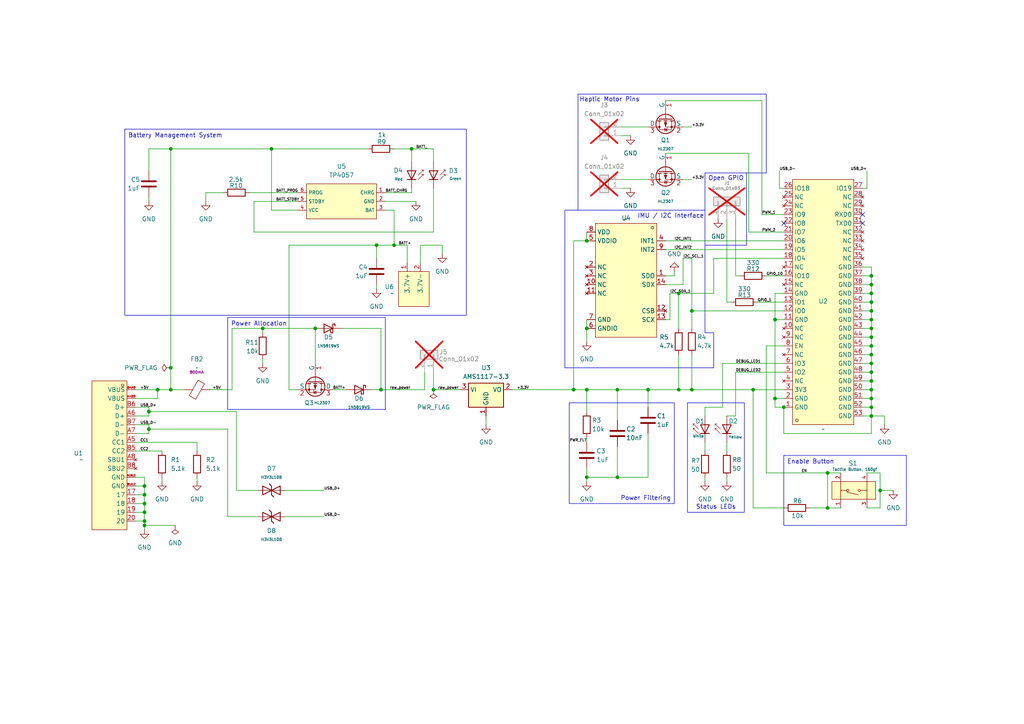
<source format=kicad_sch>
(kicad_sch (version 20250114) (generator "eeschema") (generator_version "9.0")
  (paper "A4")
  (text "Haptic Motor Pins" (at 176.784 28.956 0) (effects (font (size 1.27 1.27))))
  (text "IMU / I2C Interface\n\n" (at 194.564 63.754 0) (effects (font (size 1.27 1.27))))
  (text "Open GPIO" (at 210.566 51.816 0) (effects (font (size 1.27 1.27))))
  (text_box "Battery Management System" (at 36.195 37.465 0) (size 99.06 53.975) (margins 0.9525 0.9525 0.9525 0.9525) (effects (font (size 1.27 1.27)) (justify left top)))
  (text_box "Power Allocation" (at 66.04 92.075 0) (size 45.72 26.67) (margins 0.9525 0.9525 0.9525 0.9525) (effects (font (size 1.27 1.27)) (justify left top)))
  (text_box "Power Filtering\n" (at 165.1 116.84 0) (size 30.48 29.21) (margins 0.9525 0.9525 0.9525 0.9525) (effects (font (size 1.27 1.27)) (justify right bottom)))
  (text_box "Status LEDs" (at 199.39 116.84 0) (size 16.51 31.75) (margins 0.9525 0.9525 0.9525 0.9525) (effects (font (size 1.27 1.27)) (justify bottom)))
  (text_box "Enable Button" (at 227.33 132.08 0) (size 35.56 20.32) (margins 0.9525 0.9525 0.9525 0.9525) (effects (font (size 1.27 1.27)) (justify left top)))
  (junction (at 252.73 95.25))
  (junction (at 110.49 113.03))
  (junction (at 240.03 137.16))
  (junction (at 252.73 113.03))
  (junction (at 252.73 87.63))
  (junction (at 41.91 143.51))
  (junction (at 43.18 124.46))
  (junction (at 41.91 146.05))
  (junction (at 252.73 110.49))
  (junction (at 49.53 113.03))
  (junction (at 76.2 95.25))
  (junction (at 224.79 92.71))
  (junction (at 170.18 138.43))
  (junction (at 252.73 102.87))
  (junction (at 252.73 105.41))
  (junction (at 196.85 85.09))
  (junction (at 218.44 113.03))
  (junction (at 170.18 113.03))
  (junction (at 41.91 152.4))
  (junction (at 179.07 138.43))
  (junction (at 41.91 151.13))
  (junction (at 49.53 106.68))
  (junction (at 43.18 119.38))
  (junction (at 252.73 80.01))
  (junction (at 252.73 85.09))
  (junction (at 252.73 82.55))
  (junction (at 224.79 115.57))
  (junction (at 91.44 95.25))
  (junction (at 170.18 69.85))
  (junction (at 255.27 142.24))
  (junction (at 49.53 43.18))
  (junction (at 125.73 113.03))
  (junction (at 252.73 92.71))
  (junction (at 109.22 71.12))
  (junction (at 45.72 113.03))
  (junction (at 227.33 118.11))
  (junction (at 252.73 115.57))
  (junction (at 240.03 147.32))
  (junction (at 41.91 148.59))
  (junction (at 252.73 107.95))
  (junction (at 196.85 113.03))
  (junction (at 170.18 95.25))
  (junction (at 187.96 113.03))
  (junction (at 200.66 90.17))
  (junction (at 114.3 71.12))
  (junction (at 252.73 90.17))
  (junction (at 252.73 97.79))
  (junction (at 41.91 140.97))
  (junction (at 252.73 120.65))
  (junction (at 200.66 113.03))
  (junction (at 252.73 100.33))
  (junction (at 179.07 113.03))
  (junction (at 252.73 118.11))
  (junction (at 166.37 113.03))
  (junction (at 119.38 43.18))
  (junction (at 78.74 43.18))
  (no_connect (at 250.19 64.77))
  (no_connect (at 250.19 62.23))
  (no_connect (at 227.33 64.77))
  (wire (pts (xy 170.18 113.03) (xy 179.07 113.03)))
  (wire (pts (xy 166.37 113.03) (xy 170.18 113.03)))
  (wire (pts (xy 252.73 82.55) (xy 252.73 80.01)))
  (wire (pts (xy 111.76 60.96) (xy 114.3 60.96)))
  (wire (pts (xy 43.18 57.15) (xy 43.18 58.42)))
  (wire (pts (xy 196.85 102.87) (xy 196.85 113.03)))
  (wire (pts (xy 39.37 146.05) (xy 41.91 146.05)))
  (wire (pts (xy 204.47 118.11) (xy 204.47 120.65)))
  (polyline (pts (xy 222.25 50.165) (xy 216.535 50.165)))
  (wire (pts (xy 41.91 152.4) (xy 41.91 153.67)))
  (wire (pts (xy 43.18 118.11) (xy 43.18 119.38)))
  (wire (pts (xy 209.55 118.11) (xy 204.47 118.11)))
  (wire (pts (xy 195.58 80.01) (xy 193.04 80.01)))
  (wire (pts (xy 119.38 46.99) (xy 119.38 43.18)))
  (wire (pts (xy 250.19 110.49) (xy 252.73 110.49)))
  (wire (pts (xy 170.18 119.38) (xy 170.18 113.03)))
  (wire (pts (xy 227.33 115.57) (xy 224.79 115.57)))
  (wire (pts (xy 250.19 115.57) (xy 252.73 115.57)))
  (wire (pts (xy 210.82 128.27) (xy 210.82 130.81)))
  (wire (pts (xy 68.58 142.24) (xy 68.58 119.38)))
  (wire (pts (xy 170.18 67.31) (xy 170.18 69.85)))
  (wire (pts (xy 222.25 137.16) (xy 240.03 137.16)))
  (wire (pts (xy 227.33 69.85) (xy 193.04 69.85)))
  (wire (pts (xy 250.19 82.55) (xy 252.73 82.55)))
  (wire (pts (xy 120.65 58.42) (xy 111.76 58.42)))
  (polyline (pts (xy 216.535 68.58) (xy 216.535 71.12)))
  (wire (pts (xy 140.97 120.65) (xy 140.97 123.19)))
  (wire (pts (xy 66.04 124.46) (xy 66.04 149.86)))
  (wire (pts (xy 250.19 107.95) (xy 252.73 107.95)))
  (wire (pts (xy 212.09 87.63) (xy 210.82 87.63)))
  (wire (pts (xy 196.85 85.09) (xy 196.85 95.25)))
  (wire (pts (xy 57.15 128.27) (xy 57.15 130.81)))
  (wire (pts (xy 82.55 149.86) (xy 93.98 149.86)))
  (wire (pts (xy 220.98 29.21) (xy 193.04 29.21)))
  (wire (pts (xy 198.12 52.07) (xy 200.66 52.07)))
  (wire (pts (xy 170.18 95.25) (xy 170.18 99.06)))
  (wire (pts (xy 227.33 85.09) (xy 224.79 85.09)))
  (wire (pts (xy 121.92 76.2) (xy 121.92 71.12)))
  (wire (pts (xy 39.37 130.81) (xy 46.99 130.81)))
  (wire (pts (xy 166.37 69.85) (xy 166.37 113.03)))
  (wire (pts (xy 76.2 105.41) (xy 76.2 104.14)))
  (wire (pts (xy 217.17 67.31) (xy 227.33 67.31)))
  (wire (pts (xy 250.19 113.03) (xy 252.73 113.03)))
  (wire (pts (xy 252.73 87.63) (xy 252.73 85.09)))
  (wire (pts (xy 111.76 55.88) (xy 119.38 55.88)))
  (wire (pts (xy 217.17 67.31) (xy 217.17 44.45)))
  (wire (pts (xy 198.12 74.93) (xy 200.66 74.93)))
  (polyline (pts (xy 204.47 71.12) (xy 216.535 71.12)))
  (wire (pts (xy 251.46 49.53) (xy 251.46 54.61)))
  (wire (pts (xy 39.37 118.11) (xy 43.18 118.11)))
  (wire (pts (xy 76.2 96.52) (xy 76.2 95.25)))
  (wire (pts (xy 209.55 105.41) (xy 227.33 105.41)))
  (wire (pts (xy 41.91 138.43) (xy 41.91 140.97)))
  (wire (pts (xy 41.91 151.13) (xy 41.91 152.4)))
  (wire (pts (xy 227.33 118.11) (xy 227.33 125.73)))
  (wire (pts (xy 251.46 147.32) (xy 255.27 147.32)))
  (wire (pts (xy 125.73 46.99) (xy 125.73 43.18)))
  (wire (pts (xy 240.03 137.16) (xy 243.84 137.16)))
  (wire (pts (xy 83.82 71.12) (xy 83.82 113.03)))
  (wire (pts (xy 45.72 113.03) (xy 45.72 115.57)))
  (wire (pts (xy 198.12 36.83) (xy 200.66 36.83)))
  (wire (pts (xy 68.58 142.24) (xy 74.93 142.24)))
  (wire (pts (xy 50.8 152.4) (xy 41.91 152.4)))
  (wire (pts (xy 180.34 54.61) (xy 182.88 54.61)))
  (wire (pts (xy 187.96 113.03) (xy 196.85 113.03)))
  (wire (pts (xy 57.15 138.43) (xy 57.15 139.7)))
  (wire (pts (xy 227.33 147.32) (xy 218.44 147.32)))
  (wire (pts (xy 200.66 90.17) (xy 200.66 95.25)))
  (wire (pts (xy 250.19 100.33) (xy 252.73 100.33)))
  (wire (pts (xy 125.73 54.61) (xy 125.73 67.31)))
  (wire (pts (xy 43.18 125.73) (xy 39.37 125.73)))
  (wire (pts (xy 252.73 110.49) (xy 252.73 107.95)))
  (wire (pts (xy 107.95 113.03) (xy 110.49 113.03)))
  (wire (pts (xy 250.19 118.11) (xy 252.73 118.11)))
  (wire (pts (xy 220.98 62.23) (xy 227.33 62.23)))
  (wire (pts (xy 170.18 69.85) (xy 166.37 69.85)))
  (wire (pts (xy 114.3 71.12) (xy 109.22 71.12)))
  (wire (pts (xy 99.06 95.25) (xy 110.49 95.25)))
  (wire (pts (xy 210.82 63.5) (xy 210.82 87.63)))
  (wire (pts (xy 252.73 80.01) (xy 252.73 77.47)))
  (wire (pts (xy 43.18 120.65) (xy 39.37 120.65)))
  (wire (pts (xy 220.98 62.23) (xy 220.98 29.21)))
  (wire (pts (xy 252.73 85.09) (xy 252.73 82.55)))
  (wire (pts (xy 255.27 137.16) (xy 251.46 137.16)))
  (wire (pts (xy 148.59 113.03) (xy 166.37 113.03)))
  (wire (pts (xy 125.73 43.18) (xy 119.38 43.18)))
  (wire (pts (xy 250.19 90.17) (xy 252.73 90.17)))
  (wire (pts (xy 125.73 113.03) (xy 133.35 113.03)))
  (wire (pts (xy 119.38 55.88) (xy 119.38 54.61)))
  (wire (pts (xy 252.73 100.33) (xy 252.73 97.79)))
  (wire (pts (xy 196.85 113.03) (xy 200.66 113.03)))
  (wire (pts (xy 240.03 147.32) (xy 243.84 147.32)))
  (wire (pts (xy 41.91 143.51) (xy 41.91 146.05)))
  (wire (pts (xy 252.73 97.79) (xy 252.73 95.25)))
  (wire (pts (xy 41.91 148.59) (xy 41.91 151.13)))
  (wire (pts (xy 250.19 120.65) (xy 252.73 120.65)))
  (polyline (pts (xy 207.01 96.52) (xy 207.01 106.68)))
  (wire (pts (xy 252.73 105.41) (xy 252.73 102.87)))
  (wire (pts (xy 179.07 113.03) (xy 179.07 121.92)))
  (wire (pts (xy 252.73 77.47) (xy 250.19 77.47)))
  (wire (pts (xy 96.52 113.03) (xy 100.33 113.03)))
  (wire (pts (xy 114.3 43.18) (xy 119.38 43.18)))
  (wire (pts (xy 46.99 139.7) (xy 46.99 138.43)))
  (wire (pts (xy 125.73 67.31) (xy 73.66 67.31)))
  (wire (pts (xy 109.22 71.12) (xy 109.22 74.93)))
  (wire (pts (xy 252.73 120.65) (xy 252.73 118.11)))
  (wire (pts (xy 207.01 85.09) (xy 207.01 74.93)))
  (wire (pts (xy 73.66 58.42) (xy 86.36 58.42)))
  (wire (pts (xy 204.47 138.43) (xy 204.47 139.7)))
  (wire (pts (xy 256.54 120.65) (xy 256.54 123.19)))
  (wire (pts (xy 194.31 85.09) (xy 196.85 85.09)))
  (wire (pts (xy 250.19 85.09) (xy 252.73 85.09)))
  (polyline (pts (xy 216.535 68.58) (xy 216.535 50.165)))
  (wire (pts (xy 210.82 138.43) (xy 210.82 139.7)))
  (wire (pts (xy 196.85 85.09) (xy 207.01 85.09)))
  (wire (pts (xy 255.27 142.24) (xy 259.08 142.24)))
  (wire (pts (xy 252.73 115.57) (xy 252.73 113.03)))
  (wire (pts (xy 198.12 74.93) (xy 198.12 82.55)))
  (wire (pts (xy 43.18 43.18) (xy 49.53 43.18)))
  (wire (pts (xy 187.96 113.03) (xy 187.96 118.11)))
  (wire (pts (xy 200.66 90.17) (xy 227.33 90.17)))
  (wire (pts (xy 234.95 147.32) (xy 240.03 147.32)))
  (wire (pts (xy 252.73 102.87) (xy 252.73 100.33)))
  (wire (pts (xy 45.72 115.57) (xy 39.37 115.57)))
  (wire (pts (xy 222.25 100.33) (xy 227.33 100.33)))
  (wire (pts (xy 252.73 118.11) (xy 252.73 115.57)))
  (wire (pts (xy 252.73 120.65) (xy 256.54 120.65)))
  (wire (pts (xy 218.44 113.03) (xy 227.33 113.03)))
  (wire (pts (xy 198.12 82.55) (xy 193.04 82.55)))
  (polyline (pts (xy 163.83 60.96) (xy 163.83 106.68)) (stroke (width 0) (type solid)))
  (wire (pts (xy 240.03 147.32) (xy 240.03 137.16)))
  (wire (pts (xy 43.18 119.38) (xy 68.58 119.38)))
  (wire (pts (xy 128.27 71.12) (xy 128.27 73.66)))
  (wire (pts (xy 39.37 128.27) (xy 57.15 128.27)))
  (polyline (pts (xy 216.535 50.165) (xy 204.47 50.165)))
  (wire (pts (xy 224.79 85.09) (xy 224.79 92.71)))
  (wire (pts (xy 66.04 149.86) (xy 74.93 149.86)))
  (wire (pts (xy 39.37 123.19) (xy 43.18 123.19)))
  (wire (pts (xy 251.46 54.61) (xy 250.19 54.61)))
  (wire (pts (xy 49.53 43.18) (xy 78.74 43.18)))
  (wire (pts (xy 194.31 85.09) (xy 194.31 92.71)))
  (wire (pts (xy 213.36 80.01) (xy 214.63 80.01)))
  (wire (pts (xy 59.69 55.88) (xy 59.69 58.42)))
  (wire (pts (xy 255.27 147.32) (xy 255.27 142.24)))
  (wire (pts (xy 218.44 113.03) (xy 218.44 147.32)))
  (wire (pts (xy 76.2 95.25) (xy 91.44 95.25)))
  (wire (pts (xy 43.18 123.19) (xy 43.18 124.46)))
  (wire (pts (xy 39.37 138.43) (xy 41.91 138.43)))
  (wire (pts (xy 204.47 128.27) (xy 204.47 130.81)))
  (polyline (pts (xy 163.83 60.96) (xy 204.47 60.96)))
  (wire (pts (xy 227.33 87.63) (xy 219.71 87.63)))
  (wire (pts (xy 222.25 137.16) (xy 222.25 100.33)))
  (wire (pts (xy 195.58 78.74) (xy 195.58 80.01)))
  (wire (pts (xy 222.25 80.01) (xy 227.33 80.01)))
  (wire (pts (xy 187.96 125.73) (xy 187.96 138.43)))
  (wire (pts (xy 82.55 142.24) (xy 93.98 142.24)))
  (wire (pts (xy 213.36 120.65) (xy 210.82 120.65)))
  (wire (pts (xy 250.19 95.25) (xy 252.73 95.25)))
  (wire (pts (xy 86.36 55.88) (xy 72.39 55.88)))
  (wire (pts (xy 207.01 74.93) (xy 227.33 74.93)))
  (wire (pts (xy 67.31 113.03) (xy 67.31 95.25)))
  (wire (pts (xy 194.31 92.71) (xy 193.04 92.71)))
  (wire (pts (xy 250.19 97.79) (xy 252.73 97.79)))
  (wire (pts (xy 73.66 67.31) (xy 73.66 58.42)))
  (wire (pts (xy 121.92 71.12) (xy 128.27 71.12)))
  (polyline (pts (xy 207.01 106.68) (xy 163.83 106.68)))
  (wire (pts (xy 226.06 49.53) (xy 226.06 54.61)))
  (wire (pts (xy 252.73 125.73) (xy 252.73 120.65)))
  (polyline (pts (xy 167.64 27.305) (xy 167.64 60.96)))
  (polyline (pts (xy 222.25 27.305) (xy 222.25 50.165)))
  (wire (pts (xy 180.34 52.07) (xy 187.96 52.07)))
  (wire (pts (xy 45.72 113.03) (xy 49.53 113.03)))
  (wire (pts (xy 213.36 107.95) (xy 213.36 120.65)))
  (wire (pts (xy 118.11 71.12) (xy 114.3 71.12)))
  (wire (pts (xy 67.31 95.25) (xy 76.2 95.25)))
  (wire (pts (xy 252.73 107.95) (xy 252.73 105.41)))
  (wire (pts (xy 227.33 107.95) (xy 213.36 107.95)))
  (wire (pts (xy 200.66 113.03) (xy 218.44 113.03)))
  (wire (pts (xy 39.37 113.03) (xy 45.72 113.03)))
  (wire (pts (xy 125.73 107.95) (xy 125.73 113.03)))
  (wire (pts (xy 60.96 113.03) (xy 67.31 113.03)))
  (wire (pts (xy 250.19 87.63) (xy 252.73 87.63)))
  (wire (pts (xy 43.18 124.46) (xy 66.04 124.46)))
  (wire (pts (xy 49.53 43.18) (xy 49.53 106.68)))
  (wire (pts (xy 224.79 92.71) (xy 224.79 115.57)))
  (wire (pts (xy 43.18 119.38) (xy 43.18 120.65)))
  (wire (pts (xy 227.33 92.71) (xy 224.79 92.71)))
  (wire (pts (xy 39.37 148.59) (xy 41.91 148.59)))
  (wire (pts (xy 179.07 113.03) (xy 187.96 113.03)))
  (wire (pts (xy 252.73 90.17) (xy 252.73 87.63)))
  (wire (pts (xy 114.3 60.96) (xy 114.3 71.12)))
  (wire (pts (xy 227.33 72.39) (xy 193.04 72.39)))
  (polyline (pts (xy 167.64 27.305) (xy 222.25 27.305)))
  (wire (pts (xy 252.73 113.03) (xy 252.73 110.49)))
  (wire (pts (xy 180.34 39.37) (xy 182.88 39.37)))
  (wire (pts (xy 118.11 76.2) (xy 118.11 71.12)))
  (wire (pts (xy 224.79 118.11) (xy 227.33 118.11)))
  (wire (pts (xy 86.36 60.96) (xy 78.74 60.96)))
  (wire (pts (xy 43.18 124.46) (xy 43.18 125.73)))
  (wire (pts (xy 200.66 102.87) (xy 200.66 113.03)))
  (wire (pts (xy 39.37 140.97) (xy 41.91 140.97)))
  (wire (pts (xy 41.91 140.97) (xy 41.91 143.51)))
  (wire (pts (xy 91.44 95.25) (xy 91.44 105.41)))
  (wire (pts (xy 224.79 115.57) (xy 224.79 118.11)))
  (wire (pts (xy 64.77 55.88) (xy 59.69 55.88)))
  (wire (pts (xy 170.18 135.89) (xy 170.18 138.43)))
  (wire (pts (xy 39.37 143.51) (xy 41.91 143.51)))
  (wire (pts (xy 78.74 60.96) (xy 78.74 43.18)))
  (wire (pts (xy 255.27 142.24) (xy 255.27 137.16)))
  (polyline (pts (xy 204.47 96.52) (xy 207.01 96.52)))
  (wire (pts (xy 123.19 107.95) (xy 123.19 113.03)))
  (wire (pts (xy 187.96 138.43) (xy 179.07 138.43)))
  (wire (pts (xy 252.73 95.25) (xy 252.73 92.71)))
  (wire (pts (xy 250.19 105.41) (xy 252.73 105.41)))
  (wire (pts (xy 180.34 36.83) (xy 187.96 36.83)))
  (wire (pts (xy 83.82 71.12) (xy 109.22 71.12)))
  (wire (pts (xy 43.18 43.18) (xy 43.18 49.53)))
  (wire (pts (xy 213.36 63.5) (xy 213.36 80.01)))
  (wire (pts (xy 49.53 113.03) (xy 53.34 113.03)))
  (wire (pts (xy 250.19 92.71) (xy 252.73 92.71)))
  (wire (pts (xy 110.49 95.25) (xy 110.49 113.03)))
  (wire (pts (xy 200.66 74.93) (xy 200.66 90.17)))
  (wire (pts (xy 83.82 113.03) (xy 86.36 113.03)))
  (wire (pts (xy 227.33 125.73) (xy 252.73 125.73)))
  (wire (pts (xy 193.04 44.45) (xy 217.17 44.45)))
  (wire (pts (xy 250.19 102.87) (xy 252.73 102.87)))
  (wire (pts (xy 250.19 80.01) (xy 252.73 80.01)))
  (wire (pts (xy 170.18 92.71) (xy 170.18 95.25)))
  (wire (pts (xy 170.18 138.43) (xy 179.07 138.43)))
  (wire (pts (xy 226.06 54.61) (xy 227.33 54.61)))
  (wire (pts (xy 179.07 138.43) (xy 179.07 129.54)))
  (polyline (pts (xy 204.47 50.165) (xy 204.47 60.96)))
  (wire (pts (xy 49.53 106.68) (xy 49.53 113.03)))
  (wire (pts (xy 209.55 105.41) (xy 209.55 118.11)))
  (wire (pts (xy 170.18 127) (xy 170.18 128.27)))
  (polyline (pts (xy 204.47 60.96) (xy 204.47 96.52)))
  (wire (pts (xy 109.22 82.55) (xy 109.22 83.82)))
  (wire (pts (xy 41.91 146.05) (xy 41.91 148.59)))
  (wire (pts (xy 78.74 43.18) (xy 106.68 43.18)))
  (wire (pts (xy 252.73 92.71) (xy 252.73 90.17)))
  (wire (pts (xy 110.49 113.03) (xy 123.19 113.03)))
  (wire (pts (xy 39.37 151.13) (xy 41.91 151.13)))
  (wire (pts (xy 170.18 139.7) (xy 170.18 138.43)))
  (label "+5V" (at 61.595 113.03 0) (effects (font (size 0.762 0.762))))
  (label "+3.3V" (at 200.66 36.83 0) (effects (font (size 0.762 0.762))))
  (label "USB_D+" (at 40.64 118.11 0) (effects (font (size 0.762 0.762))))
  (label "I2C_INT1" (at 195.58 69.85 0) (effects (font (size 0.762 0.762))))
  (label "BATT_STDBY" (at 80.01 58.42 0) (effects (font (size 0.762 0.762))))
  (label "I2C_SCL_1" (at 198.12 74.93 0) (effects (font (size 0.762 0.762))))
  (label "CC2" (at 40.64 130.81 0) (effects (font (size 0.762 0.762))))
  (label "EN" (at 232.41 137.16 0) (effects (font (size 0.762 0.762))))
  (label "GPI0_10" (at 222.25 80.01 0) (effects (font (size 0.762 0.762))))
  (label "BATT_" (at 120.65 43.18 0) (effects (font (size 0.762 0.762))))
  (label "PWR_FLT" (at 170.18 128.27 180) (effects (font (size 0.762 0.762))))
  (label "PWM_2" (at 220.98 67.31 0) (effects (font (size 0.762 0.762))))
  (label "USB_D+" (at 93.98 142.24 0) (effects (font (size 0.762 0.762))))
  (label "I2C_INT2" (at 195.58 72.39 0) (effects (font (size 0.762 0.762))))
  (label "DEBUG_LED1" (at 213.36 105.41 0) (effects (font (size 0.762 0.762))))
  (label "BATT_PROG" (at 80.01 55.88 0) (effects (font (size 0.762 0.762))))
  (label "USB_D-" (at 226.06 49.53 0) (effects (font (size 0.762 0.762))))
  (label "+5V" (at 40.64 113.03 0) (effects (font (size 0.762 0.762))))
  (label "USB_D+" (at 251.46 49.53 180) (effects (font (size 0.762 0.762))))
  (label "BATT+" (at 96.52 113.03 0) (effects (font (size 0.762 0.762))))
  (label "raw_power" (at 127 113.03 0) (effects (font (size 0.762 0.762))))
  (label "PWM_1" (at 220.98 62.23 0) (effects (font (size 0.762 0.762))))
  (label "GPI0_1" (at 219.71 87.63 0) (effects (font (size 0.762 0.762))))
  (label "USB_D-" (at 93.98 149.86 0) (effects (font (size 0.762 0.762))))
  (label "BATT_CHRG" (at 111.76 55.88 0) (effects (font (size 0.762 0.762))))
  (label "+3.3V" (at 200.66 52.07 0) (effects (font (size 0.762 0.762))))
  (label "raw_power" (at 113.03 113.03 0) (effects (font (size 0.762 0.762))))
  (label "USB_D-" (at 40.64 123.19 0) (effects (font (size 0.762 0.762))))
  (label "CC1" (at 40.64 128.27 0) (effects (font (size 0.762 0.762))))
  (label "I2C_SDA_1" (at 194.31 85.09 0) (effects (font (size 0.762 0.762))))
  (label "BATT+" (at 115.57 71.12 0) (effects (font (size 0.762 0.762))))
  (label "+3.3V" (at 149.86 113.03 0) (effects (font (size 0.762 0.762))))
  (label "DEBUG_LED2" (at 213.36 107.95 0) (effects (font (size 0.762 0.762))))
  (symbol (lib_id "power:GND") (at 120.65 58.42 0) (mirror y) (unit 1)
    (property "Reference" "#PWR020" (effects (hide yes)))
    (property "Value" "GND" (at 120.65 63.5 0))
    (property "Description" "Power symbol creates a global label with name \"GND\" , ground" (effects (hide yes)))
  )
  (symbol (lib_id "Device:R") (at 76.2 100.33 0) (unit 1)
    (property "Reference" "R11" (at 71.12 99.314 0) (effects (justify left)))
    (property "Value" "10k" (at 71.374 101.854 0) (effects (justify left)))
    (property "Footprint" "Resistor_SMD:R_0805_2012Metric" (effects (hide yes)))
    (property "Description" "Resistor" (effects (hide yes)))
  )
  (symbol (lib_id "esp_32:ESP32-C3-MINI-1-N4") (at 238.76 87.63 0) (mirror x) (unit 1)
    (property "Reference" "U2" (at 238.76 87.376 0))
    (property "Value" "~" (at 238.76 124.46 0))
    (property "Footprint" "esp_32:WIFIM-SMD_ESP32-C3-MINI-1" (effects (hide yes)))
    (property "Datasheet" "https://atta.szlcsc.com/upload/public/pdf/source/20210720/C2838502_820C448AE0C4DF1D4546A4A5DCA77C73.pdf" (effects (hide yes)))
    (property "Manufacturer Part" "ESP32-C3-MINI-1-N4" (effects (hide yes)))
    (property "Manufacturer" "ESPRESSIF(乐鑫)" (effects (hide yes)))
    (property "Supplier Part" "C2838502" (effects (hide yes)))
    (property "Supplier" "LCSC" (effects (hide yes)))
    (property "LCSC Part Name" "ESP32-C3-MINI-1-N4" (effects (hide yes)))
  )
  (symbol (lib_id "Device:C") (at 170.18 132.08 0) (unit 1)
    (property "Reference" "C3" (at 172.974 130.81 0) (effects (justify left)))
    (property "Value" "1uF" (at 172.974 133.35 0) (effects (justify left)))
    (property "Footprint" "Resistor_SMD:R_0805_2012Metric" (effects (hide yes)))
    (property "Description" "Unpolarized capacitor" (effects (hide yes)))
  )
  (symbol (lib_id "PCM_JLCPCB-Connectors_Buttons:Tactile Button, 160gf") (at 246.38 142.24 90) (unit 1)
    (property "Reference" "S1" (at 247.396 134.366 90))
    (property "Value" "Tactile Button, 160gf" (at 247.904 136.144 90) (effects (font (size 0.8 0.8))))
    (property "Footprint" "PCM_JLCPCB:SW-SMD_4P-L5.1-W5.1-P3.70-LS6.5-TL-2" (effects (hide yes)))
    (property "Datasheet" "https://www.lcsc.com/datasheet/lcsc_datasheet_2304140030_XKB-Connection-TS-1187A-B-A-B_C318884.pdf" (effects (hide yes)))
    (property "Description" "None Without 50mA 5.1mm 100000 Times 160gf 12V 5.1mm 1.5mm Round Button Standing paste SPST SMD Tactile Switches ROHS" (effects (hide yes)))
    (property "LCSC" "C318884" (effects (hide yes)))
    (property "Stock" "403305" (effects (hide yes)))
    (property "Price" "0.025USD" (effects (hide yes)))
    (property "Process" "SMT" (effects (hide yes)))
    (property "Minimum Qty" "10" (effects (hide yes)))
    (property "Attrition Qty" "5" (effects (hide yes)))
    (property "Class" "Basic Component" (effects (hide yes)))
    (property "Category" "Switches,Tactile Switches" (effects (hide yes)))
    (property "Manufacturer" "XKB Connectivity" (effects (hide yes)))
    (property "Part" "TS-1187A-B-A-B" (effects (hide yes)))
    (property "Switch Length" "5.1mm" (effects (hide yes)))
    (property "Voltage Rating (Dc)" "12V" (effects (hide yes)))
    (property "With Lamp" "No" (effects (hide yes)))
    (property "Operating Force" "160gf" (effects (hide yes)))
    (property "Actuator/Cap Color" "Golden" (effects (hide yes)))
    (property "Mechanical Life" "100000 Times" (effects (hide yes)))
    (property "Strike Gundam" "NO" (effects (hide yes)))
    (property "Circuit" "SPST" (effects (hide yes)))
    (property "Switch Height" "1.5mm" (effects (hide yes)))
    (property "Actuator Style" "Round Button" (effects (hide yes)))
    (property "Switch Width" "5.1mm" (effects (hide yes)))
    (property "Contact Current" "50mA" (effects (hide yes)))
    (property "Operating Temperature" "-30°C~+85°C" (effects (hide yes)))
    (property "Mounting Style" "Brick nogging" (effects (hide yes)))
  )
  (symbol (lib_id "power:GND") (at 128.27 73.66 0) (mirror y) (unit 1)
    (property "Reference" "#PWR017" (effects (hide yes)))
    (property "Value" "GND" (at 128.27 78.74 0))
    (property "Description" "Power symbol creates a global label with name \"GND\" , ground" (effects (hide yes)))
  )
  (symbol (lib_id "power:GND") (at 204.47 139.7 0) (unit 1)
    (property "Reference" "#PWR013" (effects (hide yes)))
    (property "Value" "GND" (at 204.47 144.78 0))
    (property "Description" "Power symbol creates a global label with name \"GND\" , ground" (effects (hide yes)))
  )
  (symbol (lib_id "power:GND") (at 140.97 123.19 0) (unit 1)
    (property "Reference" "#PWR04" (effects (hide yes)))
    (property "Value" "GND" (at 140.97 128.27 0))
    (property "Description" "Power symbol creates a global label with name \"GND\" , ground" (effects (hide yes)))
  )
  (symbol (lib_id "Connector_Generic:Conn_01x02") (at 175.26 39.37 180) (unit 1) (exclude_from_sim yes) (in_bom no) (dnp yes)
    (property "Reference" "J3" (at 175.26 30.48 0))
    (property "Value" "Conn_01x02" (at 175.26 33.02 0))
    (property "Footprint" "Connector_PinSocket_2.54mm:PinSocket_1x02_P2.54mm_Vertical" (effects (hide yes)))
    (property "Description" "Generic connector, single row, 01x02, script generated (kicad-library-utils/schlib/autogen/connector/)" (effects (hide yes)))
  )
  (symbol (lib_id "Device:R") (at 218.44 80.01 90) (unit 1)
    (property "Reference" "R12" (at 218.44 77.978 90))
    (property "Value" "330" (at 218.44 76.2 90))
    (property "Footprint" "Resistor_SMD:R_0805_2012Metric" (effects (hide yes)))
    (property "Description" "Resistor" (effects (hide yes)))
  )
  (symbol (lib_id "Regulator_Linear:AMS1117-3.3") (at 140.97 113.03 0) (unit 1)
    (property "Reference" "U3" (at 140.97 106.68 0))
    (property "Value" "AMS1117-3.3" (at 140.97 109.22 0))
    (property "Footprint" "Package_TO_SOT_SMD:SOT-223-3_TabPin2" (effects (hide yes)))
    (property "Datasheet" "http://www.advanced-monolithic.com/pdf/ds1117.pdf" (effects (hide yes)))
    (property "Description" "1A Low Dropout regulator, positive, 3.3V fixed output, SOT-223" (effects (hide yes)))
  )
  (symbol (lib_id "PCM_JLCPCB-Power:Battery, Li-Ion, 0.5A, TP4057") (at 99.06 58.42 0) (mirror y) (unit 1)
    (property "Reference" "U5" (at 99.06 48.26 0))
    (property "Value" "TP4057" (at 99.06 50.8 0))
    (property "Footprint" "PCM_JLCPCB:SOT-23-6_L2.9-W1.6-P0.95-LS2.8-BL" (effects (hide yes)))
    (property "Datasheet" "https://www.lcsc.com/datasheet/lcsc_datasheet_1811021622_TOPPOWER-Nanjing-Extension-Microelectronics-TP4057-42-SOT26-R_C12044.pdf" (effects (hide yes)))
    (property "Description" "SOT-23-6 Battery Management ROHS" (effects (hide yes)))
    (property "LCSC" "C12044" (effects (hide yes)))
    (property "Stock" "22323" (effects (hide yes)))
    (property "Price" "0.134USD" (effects (hide yes)))
    (property "Process" "SMT" (effects (hide yes)))
    (property "Minimum Qty" "5" (effects (hide yes)))
    (property "Attrition Qty" "2" (effects (hide yes)))
    (property "Class" "Preferred Component" (effects (hide yes)))
    (property "Category" "Power Management ICs,Battery Management ICs" (effects (hide yes)))
    (property "Manufacturer" "TOPPOWER(Nanjing Extension Microelectronics)" (effects (hide yes)))
    (property "Part" "TP4057-42-SOT26-R" (effects (hide yes)))
  )
  (symbol (lib_id "PCM_JLCPCB-Diodes:LED,0805,Green") (at 125.73 50.8 0) (mirror y) (unit 1)
    (property "Reference" "D3" (at 132.842 49.53 0) (effects (justify left)))
    (property "Value" "Green" (at 133.858 51.816 0) (effects (font (size 0.8 0.8)) (justify left)))
    (property "Footprint" "PCM_JLCPCB:D_0805" (effects (hide yes)))
    (property "Datasheet" "https://www.lcsc.com/datasheet/lcsc_datasheet_1806151820_Hubei-KENTO-Elec-KT-0805G_C2297.pdf" (effects (hide yes)))
    (property "Description" "Emerald 0805 LED Indication - Discrete ROHS" (effects (hide yes)))
    (property "LCSC" "C2297" (effects (hide yes)))
    (property "Stock" "595112" (effects (hide yes)))
    (property "Price" "0.014USD" (effects (hide yes)))
    (property "Process" "SMT" (effects (hide yes)))
    (property "Minimum Qty" "20" (effects (hide yes)))
    (property "Attrition Qty" "6" (effects (hide yes)))
    (property "Class" "Basic Component" (effects (hide yes)))
    (property "Category" "Optoelectronics,Light Emitting Diodes (LED)" (effects (hide yes)))
    (property "Manufacturer" "Hubei KENTO Elec" (effects (hide yes)))
    (property "Part" "KT-0805G" (effects (hide yes)))
    (property "Emitted Color" "Emerald" (effects (hide yes)))
  )
  (symbol (lib_id "Device:C") (at 179.07 125.73 0) (unit 1)
    (property "Reference" "C2" (at 181.61 124.46 0) (effects (justify left)))
    (property "Value" "10nF" (at 181.61 127 0) (effects (justify left)))
    (property "Footprint" "Resistor_SMD:R_0805_2012Metric" (effects (hide yes)))
    (property "Description" "Unpolarized capacitor" (effects (hide yes)))
  )
  (symbol (lib_id "PCM_JLCPCB-Diodes:LED,0805,White") (at 204.47 124.46 0) (unit 1)
    (property "Reference" "D1" (at 201.676 122.174 0) (effects (justify left)))
    (property "Value" "White" (at 200.914 126.492 0) (effects (font (size 0.8 0.8)) (justify left)))
    (property "Footprint" "PCM_JLCPCB:D_0805" (effects (hide yes)))
    (property "Datasheet" "https://www.lcsc.com/datasheet/lcsc_datasheet_2305091500_Hubei-KENTO-Elec-KT-0805W_C34499.pdf" (effects (hide yes)))
    (property "Description" "0805 LED Indication - Discrete ROHS" (effects (hide yes)))
    (property "LCSC" "C34499" (effects (hide yes)))
    (property "Stock" "200620" (effects (hide yes)))
    (property "Price" "0.020USD" (effects (hide yes)))
    (property "Process" "SMT" (effects (hide yes)))
    (property "Minimum Qty" "20" (effects (hide yes)))
    (property "Attrition Qty" "6" (effects (hide yes)))
    (property "Class" "Basic Component" (effects (hide yes)))
    (property "Category" "Optocouplers & LEDs & Infrared,Light Emitting Diodes (LED)" (effects (hide yes)))
    (property "Manufacturer" "Hubei KENTO Elec" (effects (hide yes)))
    (property "Part" "KT-0805W" (effects (hide yes)))
  )
  (symbol (lib_id "batt_conn:3.7V_batt_pads") (at 114.3 83.82 90) (mirror x) (unit 1)
    (property "Reference" "U6" (at 114.3 83.1849 90) (effects (justify left)))
    (property "Value" "~" (at 114.3 85.09 90) (effects (justify left)))
    (property "Footprint" "batt_conn:Untitled" (effects (hide yes)))
    (property "Description" "pad for 3.7V battery solder" (effects (hide yes)))
  )
  (symbol (lib_id "PCM_JLCPCB-Diodes:LED,0603,Red") (at 119.38 50.8 0) (mirror y) (unit 1)
    (property "Reference" "D4" (at 116.84 49.4346 0) (effects (justify left)))
    (property "Value" "Red" (at 116.84 51.9747 0) (effects (font (size 0.8 0.8)) (justify left)))
    (property "Footprint" "PCM_JLCPCB:D_0603" (effects (hide yes)))
    (property "Datasheet" "https://www.lcsc.com/datasheet/lcsc_datasheet_1810231112_Hubei-KENTO-Elec-KT-0603R_C2286.pdf" (effects (hide yes)))
    (property "Description" "-40°C~+85°C Red 0603 LED Indication - Discrete ROHS" (effects (hide yes)))
    (property "LCSC" "C2286" (effects (hide yes)))
    (property "Stock" "2295215" (effects (hide yes)))
    (property "Price" "0.009USD" (effects (hide yes)))
    (property "Process" "SMT" (effects (hide yes)))
    (property "Minimum Qty" "20" (effects (hide yes)))
    (property "Attrition Qty" "6" (effects (hide yes)))
    (property "Class" "Basic Component" (effects (hide yes)))
    (property "Category" "Optocouplers & LEDs & Infrared,Light Emitting Diodes (LED)" (effects (hide yes)))
    (property "Manufacturer" "Hubei KENTO Elec" (effects (hide yes)))
    (property "Part" "KT-0603R" (effects (hide yes)))
  )
  (symbol (lib_id "power:GND") (at 182.88 54.61 0) (unit 1)
    (property "Reference" "#PWR015" (effects (hide yes)))
    (property "Value" "GND" (at 182.88 59.69 0))
    (property "Description" "Power symbol creates a global label with name \"GND\" , ground" (effects (hide yes)))
  )
  (symbol (lib_id "PCM_JLCPCB-Diodes:Schottky,1N5819WS") (at 104.14 113.03 90) (unit 1)
    (property "Reference" "D6" (at 104.14 115.57 90))
    (property "Value" "1N5819WS" (at 104.14 118.11 90) (effects (font (size 0.8 0.8))))
    (property "Footprint" "PCM_JLCPCB:D_SOD-323" (effects (hide yes)))
    (property "Datasheet" "https://www.lcsc.com/datasheet/lcsc_datasheet_2409300937_Guangdong-Hottech-1N5819WS_C191023.pdf" (effects (hide yes)))
    (property "Description" "40V 600mV@1A 1A SOD-323 Schottky Diodes ROHS" (effects (hide yes)))
    (property "LCSC" "C191023" (effects (hide yes)))
    (property "Stock" "1237595" (effects (hide yes)))
    (property "Price" "0.012USD" (effects (hide yes)))
    (property "Process" "SMT" (effects (hide yes)))
    (property "Minimum Qty" "20" (effects (hide yes)))
    (property "Attrition Qty" "6" (effects (hide yes)))
    (property "Class" "Basic Component" (effects (hide yes)))
    (property "Category" "Diodes,Schottky Barrier Diodes (SBD)" (effects (hide yes)))
    (property "Manufacturer" "Guangdong Hottech" (effects (hide yes)))
    (property "Part" "1N5819WS" (effects (hide yes)))
    (property "Rectified Current" "1A" (effects (hide yes)))
    (property "Forward Voltage (Vf@If)" "600mV@1A" (effects (hide yes)))
    (property "Reverse Voltage (Vr)" "40V" (effects (hide yes)))
  )
  (symbol (lib_id "power:GND") (at 76.2 105.41 0) (unit 1)
    (property "Reference" "#PWR021" (effects (hide yes)))
    (property "Value" "GND" (at 76.2 110.49 0))
    (property "Description" "Power symbol creates a global label with name \"GND\" , ground" (effects (hide yes)))
  )
  (symbol (lib_id "power:GND") (at 195.58 78.74 180) (unit 1)
    (property "Reference" "#PWR07" (effects (hide yes)))
    (property "Value" "GND" (at 195.58 73.66 0))
    (property "Description" "Power symbol creates a global label with name \"GND\" , ground" (effects (hide yes)))
  )
  (symbol (lib_id "Connector_Generic:Conn_01x02") (at 125.73 102.87 270) (mirror x) (unit 1) (exclude_from_sim yes) (in_bom no) (dnp yes)
    (property "Reference" "J5" (at 129.794 102.108 90) (effects (justify right)))
    (property "Value" "Conn_01x02" (at 138.938 104.14 90) (effects (justify right)))
    (property "Footprint" "Connector_PinSocket_2.54mm:PinSocket_1x02_P2.54mm_Vertical" (effects (hide yes)))
    (property "Description" "Generic connector, single row, 01x02, script generated (kicad-library-utils/schlib/autogen/connector/)" (effects (hide yes)))
  )
  (symbol (lib_id "Device:R") (at 68.58 55.88 270) (mirror x) (unit 1)
    (property "Reference" "R10" (at 66.548 53.848 90) (effects (justify left)))
    (property "Value" "2.5k" (at 66.294 52.07 90) (effects (justify left)))
    (property "Footprint" "Resistor_SMD:R_0805_2012Metric" (effects (hide yes)))
    (property "Description" "Resistor" (effects (hide yes)))
  )
  (symbol (lib_id "Connector_Generic:Conn_01x02") (at 175.26 54.61 180) (unit 1) (exclude_from_sim yes) (in_bom no) (dnp yes)
    (property "Reference" "J4" (at 175.26 45.72 0))
    (property "Value" "Conn_01x02" (at 175.26 48.26 0))
    (property "Footprint" "Connector_PinSocket_2.54mm:PinSocket_1x02_P2.54mm_Vertical" (effects (hide yes)))
    (property "Description" "Generic connector, single row, 01x02, script generated (kicad-library-utils/schlib/autogen/connector/)" (effects (hide yes)))
  )
  (symbol (lib_id "power:GND") (at 210.82 139.7 0) (unit 1)
    (property "Reference" "#PWR014" (effects (hide yes)))
    (property "Value" "GND" (at 210.82 144.78 0))
    (property "Description" "Power symbol creates a global label with name \"GND\" , ground" (effects (hide yes)))
  )
  (symbol (lib_id "Device:C") (at 43.18 53.34 0) (mirror y) (unit 1)
    (property "Reference" "C5" (at 40.64 52.07 0) (effects (justify left)))
    (property "Value" "1uF" (at 40.64 54.61 0) (effects (justify left)))
    (property "Footprint" "Resistor_SMD:R_0805_2012Metric" (effects (hide yes)))
    (property "Description" "Unpolarized capacitor" (effects (hide yes)))
  )
  (symbol (lib_id "power:PWR_FLAG") (at 125.73 113.03 180) (unit 1)
    (property "Reference" "#FLG02" (effects (hide yes)))
    (property "Value" "PWR_FLAG" (at 125.73 118.11 0))
    (property "Description" "Special symbol for telling ERC where power comes from" (effects (hide yes)))
  )
  (symbol (lib_id "PCM_JLCPCB-Inductors:Ferrite,0805") (at 57.15 113.03 90) (unit 1)
    (property "Reference" "FB2" (at 57.0992 104.14 90))
    (property "Value" "~" (at 57.0992 106.68 90) (effects (font (size 0.8 0.8))))
    (property "Footprint" "PCM_JLCPCB:FB_0805" (effects (hide yes)))
    (property "Datasheet" "https://www.lcsc.com/datasheet/lcsc_datasheet_2310301640_Sunlord-GZ2012D101TF_C1015.pdf" (effects (hide yes)))
    (property "Description" "±25% 100Ω@100MHz 0805 Ferrite Beads ROHS" (effects (hide yes)))
    (property "LCSC" "C1015" (effects (hide yes)))
    (property "Stock" "213415" (effects (hide yes)))
    (property "Price" "0.010USD" (effects (hide yes)))
    (property "Process" "SMT" (effects (hide yes)))
    (property "Minimum Qty" "20" (effects (hide yes)))
    (property "Attrition Qty" "10" (effects (hide yes)))
    (property "Class" "Basic Component" (effects (hide yes)))
    (property "Category" "Filters/EMI Optimization,Ferrite Beads" (effects (hide yes)))
    (property "Manufacturer" "Sunlord" (effects (hide yes)))
    (property "Part" "GZ2012D101TF" (effects (hide yes)))
    (property "Impedance @ Frequency" "100Ω@100MHz" (effects (hide yes)))
    (property "Circuits" "1" (effects (hide yes)))
    (property "Current Rating" "800mA" (at 57.0992 107.95 90) (effects (font (size 0.8 0.8))))
    (property "Tolerance" "±25%" (effects (hide yes)))
  )
  (symbol (lib_id "Device:R") (at 196.85 99.06 0) (unit 1)
    (property "Reference" "R5" (at 191.262 97.79 0) (effects (justify left)))
    (property "Value" "4.7k" (at 191.262 100.33 0) (effects (justify left)))
    (property "Footprint" "Resistor_SMD:R_0805_2012Metric" (effects (hide yes)))
    (property "Description" "Resistor" (effects (hide yes)))
  )
  (symbol (lib_id "Device:R") (at 215.9 87.63 90) (unit 1)
    (property "Reference" "R13" (at 215.9 85.598 90))
    (property "Value" "330" (at 215.9 83.82 90))
    (property "Footprint" "Resistor_SMD:R_0805_2012Metric" (effects (hide yes)))
    (property "Description" "Resistor" (effects (hide yes)))
  )
  (symbol (lib_id "power:GND") (at 59.69 58.42 0) (mirror y) (unit 1)
    (property "Reference" "#PWR011" (effects (hide yes)))
    (property "Value" "GND" (at 59.69 63.5 0))
    (property "Description" "Power symbol creates a global label with name \"GND\" , ground" (effects (hide yes)))
  )
  (symbol (lib_id "imu:BMI323") (at 181.61 81.28 0) (mirror y) (unit 1)
    (property "Reference" "U4" (at 181.61 63.246 0))
    (property "Value" "~" (at 181.61 63.5 0))
    (property "Footprint" "imu:LGA-14_L3.0-W2.5-P0.50-TL_QMI8658A" (effects (hide yes)))
    (property "Datasheet" "https://atta.szlcsc.com/upload/public/pdf/source/20230714/317A7D1E3EEB6687151EF1F46759171B.pdf" (effects (hide yes)))
    (property "Description" "Sensor Type:Accelerometer gyroscope Operating Temperature:-40°C~+85°C Operating Temperature:-40°C~+85°C" (effects (hide yes)))
    (property "Manufacturer Part" "BMI323" (effects (hide yes)))
    (property "Manufacturer" "Bosch(博世)" (effects (hide yes)))
    (property "Supplier Part" "C5368700" (effects (hide yes)))
    (property "Supplier" "LCSC" (effects (hide yes)))
    (property "LCSC Part Name" "BMI323" (effects (hide yes)))
  )
  (symbol (lib_id "Device:R") (at 170.18 123.19 0) (unit 1)
    (property "Reference" "R3" (at 171.704 121.92 0) (effects (justify left)))
    (property "Value" "10k" (at 171.704 124.46 0) (effects (justify left)))
    (property "Footprint" "Resistor_SMD:R_0805_2012Metric" (effects (hide yes)))
    (property "Description" "Resistor" (effects (hide yes)))
  )
  (symbol (lib_id "PCM_JLCPCB-Transistors:PMOS,HL2307") (at 91.44 110.49 270) (unit 1)
    (property "Reference" "Q3" (at 89.662 116.84 90))
    (property "Value" "HL2307" (at 93.472 116.84 90) (effects (font (size 0.8 0.8))))
    (property "Footprint" "PCM_JLCPCB:Q_SOT-23" (effects (hide yes)))
    (property "Datasheet" "https://wmsc.lcsc.com/wmsc/upload/file/pdf/v2/lcsc/2407121628_hongjiacheng-HL2307_C28646274.pdf" (effects (hide yes)))
    (property "Description" "30V 2.6A 90mΩ@10V,2.6A 1W 2.2V@250uA 1 Piece P-Channel SOT-23 MOSFETs ROHS" (effects (hide yes)))
    (property "LCSC" "C28646274" (effects (hide yes)))
    (property "Stock" "3083" (effects (hide yes)))
    (property "Price" "0.020USD" (effects (hide yes)))
    (property "Process" "SMT" (effects (hide yes)))
    (property "Minimum Qty" "10" (effects (hide yes)))
    (property "Attrition Qty" "4" (effects (hide yes)))
    (property "Class" "Preferred Component" (effects (hide yes)))
    (property "Category" "Transistors/Thyristors,MOSFETs" (effects (hide yes)))
    (property "Manufacturer" "hongjiacheng" (effects (hide yes)))
    (property "Part" "HL2307" (effects (hide yes)))
  )
  (symbol (lib_id "PCM_JLCPCB-Transistors:PMOS,HL2307") (at 193.04 49.53 90) (mirror x) (unit 1)
    (property "Reference" "Q2" (at 193.04 55.88 90))
    (property "Value" "HL2307" (at 193.04 58.42 90) (effects (font (size 0.8 0.8))))
    (property "Footprint" "PCM_JLCPCB:Q_SOT-23" (effects (hide yes)))
    (property "Datasheet" "https://wmsc.lcsc.com/wmsc/upload/file/pdf/v2/lcsc/2407121628_hongjiacheng-HL2307_C28646274.pdf" (effects (hide yes)))
    (property "Description" "30V 2.6A 90mΩ@10V,2.6A 1W 2.2V@250uA 1 Piece P-Channel SOT-23 MOSFETs ROHS" (effects (hide yes)))
    (property "LCSC" "C28646274" (effects (hide yes)))
    (property "Stock" "3083" (effects (hide yes)))
    (property "Price" "0.020USD" (effects (hide yes)))
    (property "Process" "SMT" (effects (hide yes)))
    (property "Minimum Qty" "10" (effects (hide yes)))
    (property "Attrition Qty" "4" (effects (hide yes)))
    (property "Class" "Preferred Component" (effects (hide yes)))
    (property "Category" "Transistors/Thyristors,MOSFETs" (effects (hide yes)))
    (property "Manufacturer" "hongjiacheng" (effects (hide yes)))
    (property "Part" "HL2307" (effects (hide yes)))
  )
  (symbol (lib_id "power:GND") (at 46.99 139.7 0) (unit 1)
    (property "Reference" "#PWR02" (effects (hide yes)))
    (property "Value" "GND" (at 46.99 144.78 0))
    (property "Description" "Power symbol creates a global label with name \"GND\" , ground" (effects (hide yes)))
  )
  (symbol (lib_id "power:GND") (at 57.15 139.7 0) (unit 1)
    (property "Reference" "#PWR03" (effects (hide yes)))
    (property "Value" "GND" (at 57.15 144.78 0))
    (property "Description" "Power symbol creates a global label with name \"GND\" , ground" (effects (hide yes)))
  )
  (symbol (lib_id "power:GND") (at 170.18 99.06 0) (unit 1)
    (property "Reference" "#PWR08" (effects (hide yes)))
    (property "Value" "GND" (at 170.18 104.14 0))
    (property "Description" "Power symbol creates a global label with name \"GND\" , ground" (effects (hide yes)))
  )
  (symbol (lib_id "power:PWR_FLAG") (at 50.8 152.4 180) (unit 1)
    (property "Reference" "#FLG01" (effects (hide yes)))
    (property "Value" "GND" (at 50.8 157.48 0))
    (property "Description" "Special symbol for telling ERC where power comes from" (effects (hide yes)))
  )
  (symbol (lib_id "PCM_JLCPCB-Diodes:Schottky,1N5819WS") (at 95.25 95.25 90) (unit 1)
    (property "Reference" "D5" (at 95.25 97.79 90))
    (property "Value" "1N5819WS" (at 95.25 100.33 90) (effects (font (size 0.8 0.8))))
    (property "Footprint" "PCM_JLCPCB:D_SOD-323" (effects (hide yes)))
    (property "Datasheet" "https://www.lcsc.com/datasheet/lcsc_datasheet_2409300937_Guangdong-Hottech-1N5819WS_C191023.pdf" (effects (hide yes)))
    (property "Description" "40V 600mV@1A 1A SOD-323 Schottky Diodes ROHS" (effects (hide yes)))
    (property "LCSC" "C191023" (effects (hide yes)))
    (property "Stock" "1237595" (effects (hide yes)))
    (property "Price" "0.012USD" (effects (hide yes)))
    (property "Process" "SMT" (effects (hide yes)))
    (property "Minimum Qty" "20" (effects (hide yes)))
    (property "Attrition Qty" "6" (effects (hide yes)))
    (property "Class" "Basic Component" (effects (hide yes)))
    (property "Category" "Diodes,Schottky Barrier Diodes (SBD)" (effects (hide yes)))
    (property "Manufacturer" "Guangdong Hottech" (effects (hide yes)))
    (property "Part" "1N5819WS" (effects (hide yes)))
    (property "Rectified Current" "1A" (effects (hide yes)))
    (property "Forward Voltage (Vf@If)" "600mV@1A" (effects (hide yes)))
    (property "Reverse Voltage (Vr)" "40V" (effects (hide yes)))
  )
  (symbol (lib_id "Device:R") (at 231.14 147.32 90) (unit 1)
    (property "Reference" "R6" (at 232.664 145.288 90) (effects (justify left)))
    (property "Value" "10k" (at 233.172 149.606 90) (effects (justify left)))
    (property "Footprint" "Resistor_SMD:R_0805_2012Metric" (effects (hide yes)))
    (property "Description" "Resistor" (effects (hide yes)))
  )
  (symbol (lib_id "power:GND") (at 109.22 83.82 0) (mirror y) (unit 1)
    (property "Reference" "#PWR018" (effects (hide yes)))
    (property "Value" "GND" (at 109.22 88.9 0))
    (property "Description" "Power symbol creates a global label with name \"GND\" , ground" (effects (hide yes)))
  )
  (symbol (lib_id "power:GND") (at 182.88 39.37 0) (unit 1)
    (property "Reference" "#PWR016" (effects (hide yes)))
    (property "Value" "GND" (at 182.88 44.45 0))
    (property "Description" "Power symbol creates a global label with name \"GND\" , ground" (effects (hide yes)))
  )
  (symbol (lib_id "Device:C") (at 187.96 121.92 0) (unit 1)
    (property "Reference" "C1" (at 190.5 120.65 0) (effects (justify left)))
    (property "Value" "1uF" (at 190.5 123.19 0) (effects (justify left)))
    (property "Footprint" "Resistor_SMD:R_0805_2012Metric" (effects (hide yes)))
    (property "Description" "Unpolarized capacitor" (effects (hide yes)))
  )
  (symbol (lib_id "JLCPCB_USBC:12402012E212A") (at 34.29 133.35 0) (mirror y) (unit 1)
    (property "Reference" "U1" (at 24.13 131.4449 0) (effects (justify left)))
    (property "Value" "~" (at 24.13 133.35 0) (effects (justify left)))
    (property "Footprint" "JLCPCB_USB_FOOTPRINT:USB-SMD_TYPE-C16PIN-1" (effects (hide yes)))
    (property "Datasheet" "https://atta.szlcsc.com/upload/public/pdf/source/20230904/1AC50813D61D39FDC7D46AE00E914630.pdf" (effects (hide yes)))
    (property "Description" "Connector Type:Type-C Standard:USB 2.0 Gender:Female Number of Contacts:24P Number of Ports:1" (effects (hide yes)))
    (property "Manufacturer Part" "12402012E212A" (effects (hide yes)))
    (property "Manufacturer" "Amphenol" (effects (hide yes)))
    (property "Supplier Part" "C5150972" (effects (hide yes)))
    (property "Supplier" "LCSC" (effects (hide yes)))
    (property "LCSC Part Name" "Type-C 母" (effects (hide yes)))
  )
  (symbol (lib_id "PCM_JLCPCB-Diodes:TVS-Bi,H3V3L10B") (at 78.74 149.86 90) (unit 1)
    (property "Reference" "D8" (at 78.74 153.924 90))
    (property "Value" "H3V3L10B" (at 78.74 156.464 90) (effects (font (size 0.8 0.8))))
    (property "Footprint" "PCM_JLCPCB:D_DFN1006-2L" (effects (hide yes)))
    (property "Datasheet" "https://wmsc.lcsc.com/wmsc/upload/file/pdf/v2/lcsc/2401261524_hongjiacheng-H3V3L10B_C20615781.pdf" (effects (hide yes)))
    (property "Description" "8A 11V 85W 5.5V Bidirectional 3.3V DFN1006-2L ESD and Surge Protection (TVS/ESD) ROHS" (effects (hide yes)))
    (property "LCSC" "C20615781" (effects (hide yes)))
    (property "Stock" "52786" (effects (hide yes)))
    (property "Price" "0.014USD" (effects (hide yes)))
    (property "Process" "SMT" (effects (hide yes)))
    (property "Minimum Qty" "20" (effects (hide yes)))
    (property "Attrition Qty" "10" (effects (hide yes)))
    (property "Class" "Preferred Component" (effects (hide yes)))
    (property "Category" "TVS/Fuse/Board Level Protection,Electrostatic And Surge Protection (TVS/ESD)" (effects (hide yes)))
    (property "Manufacturer" "hongjiacheng" (effects (hide yes)))
    (property "Part" "H3V3L10B" (effects (hide yes)))
    (property "Operating Temperature" "-55°C~+155°C" (effects (hide yes)))
    (property "Type" "ESD" (effects (hide yes)))
    (property "Breakdown Voltage" "5.5V" (effects (hide yes)))
    (property "Maximum Clamping Voltage" "11V" (effects (hide yes)))
    (property "Reverse Stand-Off Voltage (Vrwm)" "3.3V" (effects (hide yes)))
    (property "Reverse Leakage Current (Ir)" "500nA" (effects (hide yes)))
    (property "Peak Pulse Power Dissipation (Ppp)@10/1000us" "85W" (effects (hide yes)))
    (property "Peak Pulse Current (Ipp)@10/1000us" "8A" (effects (hide yes)))
    (property "polarity" "Bi-Directional" (effects (hide yes)))
  )
  (symbol (lib_id "PCM_JLCPCB-Diodes:TVS-Bi,H3V3L10B") (at 78.74 142.24 90) (unit 1)
    (property "Reference" "D7" (at 78.74 135.89 90))
    (property "Value" "H3V3L10B" (at 78.74 138.43 90) (effects (font (size 0.8 0.8))))
    (property "Footprint" "PCM_JLCPCB:D_DFN1006-2L" (effects (hide yes)))
    (property "Datasheet" "https://wmsc.lcsc.com/wmsc/upload/file/pdf/v2/lcsc/2401261524_hongjiacheng-H3V3L10B_C20615781.pdf" (effects (hide yes)))
    (property "Description" "8A 11V 85W 5.5V Bidirectional 3.3V DFN1006-2L ESD and Surge Protection (TVS/ESD) ROHS" (effects (hide yes)))
    (property "LCSC" "C20615781" (effects (hide yes)))
    (property "Stock" "52786" (effects (hide yes)))
    (property "Price" "0.014USD" (effects (hide yes)))
    (property "Process" "SMT" (effects (hide yes)))
    (property "Minimum Qty" "20" (effects (hide yes)))
    (property "Attrition Qty" "10" (effects (hide yes)))
    (property "Class" "Preferred Component" (effects (hide yes)))
    (property "Category" "TVS/Fuse/Board Level Protection,Electrostatic And Surge Protection (TVS/ESD)" (effects (hide yes)))
    (property "Manufacturer" "hongjiacheng" (effects (hide yes)))
    (property "Part" "H3V3L10B" (effects (hide yes)))
    (property "Operating Temperature" "-55°C~+155°C" (effects (hide yes)))
    (property "Type" "ESD" (effects (hide yes)))
    (property "Breakdown Voltage" "5.5V" (effects (hide yes)))
    (property "Maximum Clamping Voltage" "11V" (effects (hide yes)))
    (property "Reverse Stand-Off Voltage (Vrwm)" "3.3V" (effects (hide yes)))
    (property "Reverse Leakage Current (Ir)" "500nA" (effects (hide yes)))
    (property "Peak Pulse Power Dissipation (Ppp)@10/1000us" "85W" (effects (hide yes)))
    (property "Peak Pulse Current (Ipp)@10/1000us" "8A" (effects (hide yes)))
    (property "polarity" "Bi-Directional" (effects (hide yes)))
  )
  (symbol (lib_id "Device:R") (at 57.15 134.62 0) (unit 1)
    (property "Reference" "R2" (at 59.69 133.3499 0) (effects (justify left)))
    (property "Value" "5.1k" (at 59.69 135.8899 0) (effects (justify left)))
    (property "Footprint" "Resistor_SMD:R_0201_0603Metric" (effects (hide yes)))
    (property "Description" "Resistor" (effects (hide yes)))
  )
  (symbol (lib_id "PCM_JLCPCB-Transistors:PMOS,HL2307") (at 193.04 34.29 90) (mirror x) (unit 1)
    (property "Reference" "Q1" (at 193.04 40.64 90))
    (property "Value" "HL2307" (at 193.04 43.18 90) (effects (font (size 0.8 0.8))))
    (property "Footprint" "PCM_JLCPCB:Q_SOT-23" (effects (hide yes)))
    (property "Datasheet" "https://wmsc.lcsc.com/wmsc/upload/file/pdf/v2/lcsc/2407121628_hongjiacheng-HL2307_C28646274.pdf" (effects (hide yes)))
    (property "Description" "30V 2.6A 90mΩ@10V,2.6A 1W 2.2V@250uA 1 Piece P-Channel SOT-23 MOSFETs ROHS" (effects (hide yes)))
    (property "LCSC" "C28646274" (effects (hide yes)))
    (property "Stock" "3083" (effects (hide yes)))
    (property "Price" "0.020USD" (effects (hide yes)))
    (property "Process" "SMT" (effects (hide yes)))
    (property "Minimum Qty" "10" (effects (hide yes)))
    (property "Attrition Qty" "4" (effects (hide yes)))
    (property "Class" "Preferred Component" (effects (hide yes)))
    (property "Category" "Transistors/Thyristors,MOSFETs" (effects (hide yes)))
    (property "Manufacturer" "hongjiacheng" (effects (hide yes)))
    (property "Part" "HL2307" (effects (hide yes)))
  )
  (symbol (lib_id "PCM_JLCPCB-Diodes:LED,0805,Yellow") (at 210.82 124.46 0) (unit 1)
    (property "Reference" "D2" (at 211.328 122.174 0) (effects (justify left)))
    (property "Value" "Yellow" (at 211.328 126.746 0) (effects (font (size 0.8 0.8)) (justify left)))
    (property "Footprint" "PCM_JLCPCB:D_0805" (effects (hide yes)))
    (property "Datasheet" "https://www.lcsc.com/datasheet/lcsc_datasheet_1806151129_Hubei-KENTO-Elec-KT-0805Y_C2296.pdf" (effects (hide yes)))
    (property "Description" "Yellow 0805 LED Indication - Discrete ROHS" (effects (hide yes)))
    (property "LCSC" "C2296" (effects (hide yes)))
    (property "Stock" "350642" (effects (hide yes)))
    (property "Price" "0.016USD" (effects (hide yes)))
    (property "Process" "SMT" (effects (hide yes)))
    (property "Minimum Qty" "20" (effects (hide yes)))
    (property "Attrition Qty" "6" (effects (hide yes)))
    (property "Class" "Basic Component" (effects (hide yes)))
    (property "Category" "Optocouplers & LEDs & Infrared,Light Emitting Diodes (LED)" (effects (hide yes)))
    (property "Manufacturer" "Hubei KENTO Elec" (effects (hide yes)))
    (property "Part" "KT-0805Y" (effects (hide yes)))
  )
  (symbol (lib_id "Device:R") (at 46.99 134.62 0) (unit 1)
    (property "Reference" "R1" (at 49.53 133.3499 0) (effects (justify left)))
    (property "Value" "5.1k" (at 49.53 135.8899 0) (effects (justify left)))
    (property "Footprint" "Resistor_SMD:R_0201_0603Metric" (effects (hide yes)))
    (property "Description" "Resistor" (effects (hide yes)))
  )
  (symbol (lib_id "power:GND") (at 208.28 63.5 0) (unit 1)
    (property "Reference" "#PWR09" (effects (hide yes)))
    (property "Value" "GND" (at 208.28 68.58 0))
    (property "Description" "Power symbol creates a global label with name \"GND\" , ground" (effects (hide yes)))
  )
  (symbol (lib_id "Device:R") (at 204.47 134.62 0) (unit 1)
    (property "Reference" "R7" (at 200.406 133.604 0) (effects (justify left)))
    (property "Value" "50" (at 200.406 136.144 0) (effects (justify left)))
    (property "Footprint" "Resistor_SMD:R_0805_2012Metric" (effects (hide yes)))
    (property "Description" "Resistor" (effects (hide yes)))
  )
  (symbol (lib_id "Device:R") (at 210.82 134.62 0) (unit 1)
    (property "Reference" "R8" (at 212.344 133.35 0) (effects (justify left)))
    (property "Value" "50" (at 212.344 135.89 0) (effects (justify left)))
    (property "Footprint" "Resistor_SMD:R_0805_2012Metric" (effects (hide yes)))
    (property "Description" "Resistor" (effects (hide yes)))
  )
  (symbol (lib_id "Device:C") (at 109.22 78.74 0) (mirror y) (unit 1)
    (property "Reference" "C4" (at 106.68 77.47 0) (effects (justify left)))
    (property "Value" "1uF" (at 106.68 80.01 0) (effects (justify left)))
    (property "Footprint" "Resistor_SMD:R_0805_2012Metric" (effects (hide yes)))
    (property "Description" "Unpolarized capacitor" (effects (hide yes)))
  )
  (symbol (lib_id "Connector_Generic:Conn_01x03") (at 210.82 58.42 90) (unit 1) (exclude_from_sim yes) (in_bom no) (dnp yes)
    (property "Reference" "J1" (at 210.058 53.086 90) (effects (font (size 0.889 0.889)) (justify right)))
    (property "Value" "Conn_01x03" (at 206.502 54.61 90) (effects (font (size 0.889 0.889)) (justify right)))
    (property "Footprint" "Connector_PinSocket_2.54mm:PinSocket_1x03_P2.54mm_Vertical" (effects (hide yes)))
    (property "Description" "Generic connector, single row, 01x03, script generated (kicad-library-utils/schlib/autogen/connector/)" (effects (hide yes)))
  )
  (symbol (lib_id "power:GND") (at 256.54 123.19 0) (unit 1)
    (property "Reference" "#PWR05" (effects (hide yes)))
    (property "Value" "GND" (at 256.54 128.27 0))
    (property "Description" "Power symbol creates a global label with name \"GND\" , ground" (effects (hide yes)))
  )
  (symbol (lib_id "Device:R") (at 110.49 43.18 90) (mirror x) (unit 1)
    (property "Reference" "R9" (at 112.014 41.148 90) (effects (justify left)))
    (property "Value" "1k" (at 112.014 39.116 90) (effects (justify left)))
    (property "Footprint" "Resistor_SMD:R_0805_2012Metric" (effects (hide yes)))
    (property "Description" "Resistor" (effects (hide yes)))
  )
  (symbol (lib_id "power:GND") (at 41.91 153.67 0) (unit 1)
    (property "Reference" "#PWR01" (effects (hide yes)))
    (property "Value" "GND" (at 41.91 158.75 0))
    (property "Description" "Power symbol creates a global label with name \"GND\" , ground" (effects (hide yes)))
  )
  (symbol (lib_id "power:GND") (at 259.08 142.24 0) (unit 1)
    (property "Reference" "#PWR010" (effects (hide yes)))
    (property "Value" "GND" (at 259.08 147.32 0))
    (property "Description" "Power symbol creates a global label with name \"GND\" , ground" (effects (hide yes)))
  )
  (symbol (lib_id "power:PWR_FLAG") (at 49.53 106.68 90) (unit 1)
    (property "Reference" "#FLG03" (effects (hide yes)))
    (property "Value" "PWR_FLAG" (at 45.72 106.6799 90) (effects (justify left)))
    (property "Description" "Special symbol for telling ERC where power comes from" (effects (hide yes)))
  )
  (symbol (lib_id "power:GND") (at 43.18 58.42 0) (mirror y) (unit 1)
    (property "Reference" "#PWR019" (effects (hide yes)))
    (property "Value" "GND" (at 43.18 63.5 0))
    (property "Description" "Power symbol creates a global label with name \"GND\" , ground" (effects (hide yes)))
  )
  (symbol (lib_id "power:GND") (at 170.18 139.7 0) (unit 1)
    (property "Reference" "#PWR06" (effects (hide yes)))
    (property "Value" "GND" (at 170.18 144.78 0))
    (property "Description" "Power symbol creates a global label with name \"GND\" , ground" (effects (hide yes)))
  )
  (symbol (lib_id "Device:R") (at 200.66 99.06 0) (unit 1)
    (property "Reference" "R4" (at 202.184 97.79 0) (effects (justify left)))
    (property "Value" "4.7k" (at 202.184 100.33 0) (effects (justify left)))
    (property "Footprint" "Resistor_SMD:R_0805_2012Metric" (effects (hide yes)))
    (property "Description" "Resistor" (effects (hide yes)))
  )
)
</source>
